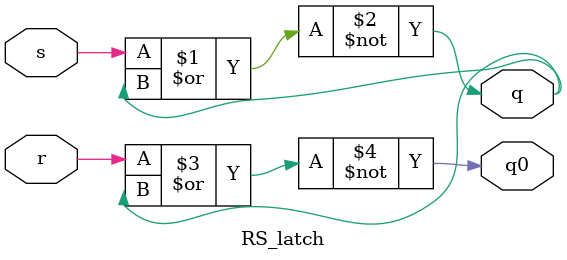
<source format=v>
`timescale 1ns / 1ps


module RS_latch(
    input s,r,
    output q,q0
    );
    
    nor(q,s,q);// nor=active high
    nor(q0,r,q);
endmodule

</source>
